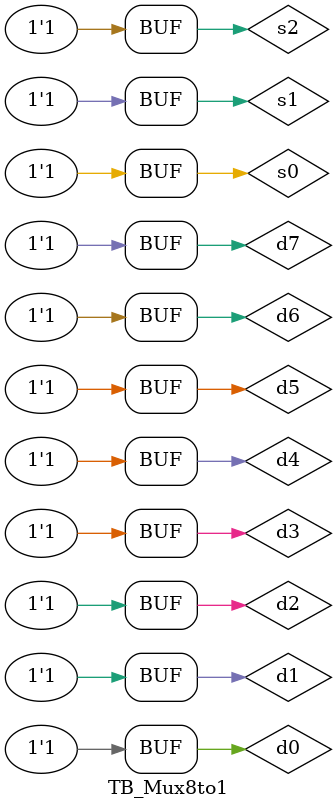
<source format=sv>
`timescale 1ns / 1ps
module TB_Mux8to1;
    reg d0,d1,d2,d3,d4,d5,d6,d7,s2,s1,s0;
    wire y;
Mux8to1 dut(.d0(d0), .d1(d1), .d2(d2), .d3(d3), .d4(d4), .d5(d5), .d6(d6), .d7(d7), .s2(s2), .s1(s1), .s0(s0), .y(y) );

initial
    for(int i=0; i<2; i++)begin
        for(int k=0; k<2; k++)begin
            for(int l=0; l<2; l++)begin
                for(int m=0; m<2; m++)begin
                    for(int n=0; n<2; n++)begin
                        for(int o=0; o<2; o++)begin
                            for(int p=0; p<2; p++)begin
                                for(int r=0; r<2; r++)begin
                                    for(int j=0; j<2; j++)begin
                                        for(int s=0; s<2; s++)begin
                                            for(int t=0; t<2; t++)begin
                                                #10 d0=t; d1=s; d2=j; d3=r; d4=p; d5=o; d6=n; d7=m; s2=l; s1=k; s0=i;
                                            end
                                        end
                                    end
                                end
                            end
                        end
                    end
                end
            end
        end
    end                             
endmodule

</source>
